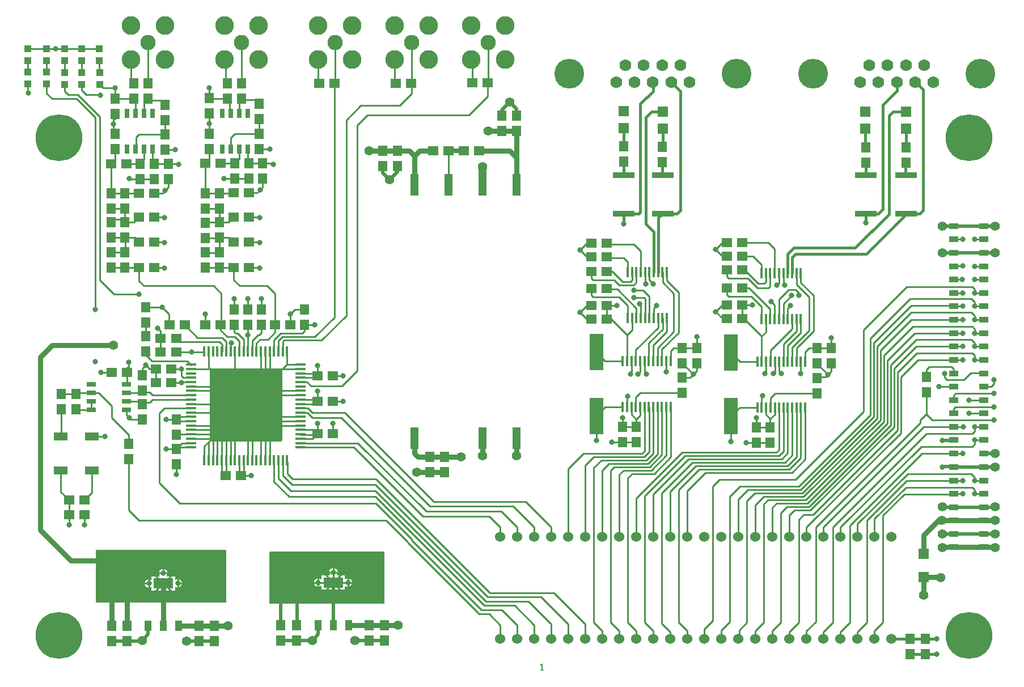
<source format=gbr>
%FSLAX23Y23*%
%MOIN*%
G04 EasyPC Gerber Version 17.0 Build 3379 *
%ADD88R,0.01323X0.05937*%
%ADD83R,0.01654X0.06378*%
%ADD80R,0.02559X0.05512*%
%ADD87R,0.05937X0.01323*%
%ADD89R,0.05512X0.02559*%
%ADD93R,0.03937X0.04291*%
%ADD81R,0.04488X0.06496*%
%ADD92R,0.04724X0.12598*%
%ADD79R,0.05500X0.06000*%
%ADD85R,0.13000X0.03500*%
%ADD71R,0.05512X0.03504*%
%ADD86R,0.07874X0.21654*%
%ADD14R,0.06000X0.06000*%
%ADD91R,0.06300X0.06300*%
%ADD10C,0.00500*%
%ADD11C,0.01000*%
%ADD22C,0.01500*%
%ADD20C,0.02000*%
%ADD78C,0.02500*%
%ADD21C,0.03000*%
%ADD70C,0.03200*%
%ADD94C,0.04500*%
%ADD19C,0.05600*%
%ADD13C,0.06000*%
%ADD17C,0.07000*%
%ADD15C,0.09000*%
%ADD16C,0.11000*%
%ADD18C,0.17500*%
%ADD12C,0.27500*%
%ADD90R,0.08268X0.05118*%
%ADD84R,0.06000X0.05500*%
%ADD82R,0.11811X0.06496*%
X0Y0D02*
D02*
D10*
X498Y473D02*
X1258D01*
Y778*
X498*
Y473*
X821Y558D02*
G75*
G02X779Y583I-14J25D01*
G01*
G75*
G02X821Y607I29*
G01*
Y627*
X868*
G75*
G02X864Y643I24J15*
G01*
G75*
G02X921I29*
G01*
G75*
G02X917Y627I-29*
G01*
X965*
Y608*
G75*
G02X1006Y583I13J-25*
G01*
G75*
G02X965Y557I-29*
G01*
Y538*
X821*
Y558*
X498Y604D02*
G36*
Y473D01*
X1258*
Y604*
X996*
G75*
G02X1006Y583I-18J-22*
G01*
G75*
G02X965Y557I-29*
G01*
Y538*
X821*
Y558*
G75*
G02X779Y583I-14J25*
G01*
G75*
G02X789Y604I29*
G01*
X498*
G37*
X789D02*
G36*
G75*
G02X821Y607I18J-22D01*
G01*
Y627*
X868*
G75*
G02X864Y643I24J15*
G01*
G75*
G02X921I29*
G01*
G75*
G02X917Y627I-29*
G01*
X965*
Y608*
G75*
G02X996Y604I13J-25*
G01*
X1258*
Y778*
X498*
Y604*
X789*
G37*
X1518Y468D02*
X2188D01*
Y768*
X1518*
Y468*
X1821Y565D02*
G75*
G02X1774Y588I-18J22D01*
G01*
G75*
G02X1821Y610I29*
G01*
Y632*
X1869*
G75*
G02X1864Y648I24J15*
G01*
G75*
G02X1921I29*
G01*
G75*
G02X1916Y632I-29J0*
G01*
X1964*
Y612*
G75*
G02X2006Y588I14J-25*
G01*
G75*
G02X1964Y563I-29*
G01*
Y542*
X1821*
Y565*
X1518Y609D02*
G36*
Y468D01*
X2188*
Y609*
X1996*
G75*
G02X2006Y588I-19J-22*
G01*
G75*
G02X1964Y563I-29*
G01*
Y542*
X1821*
Y565*
G75*
G02X1774Y588I-18J22*
G01*
G75*
G02X1784Y609I29*
G01*
X1518*
G37*
X1784D02*
G36*
G75*
G02X1821Y610I19J-22D01*
G01*
Y632*
X1869*
G75*
G02X1864Y648I24J15*
G01*
G75*
G02X1921I29*
G01*
G75*
G02X1916Y632I-29J0*
G01*
X1964*
Y612*
G75*
G02X1996Y609I14J-25*
G01*
X2188*
Y768*
X1518*
Y609*
X1784*
G37*
X3114Y72D02*
X3126D01*
X3120D02*
Y109D01*
X3114Y103*
D02*
D11*
X96Y3519D02*
Y3469D01*
X98Y3468*
X97Y3658D02*
Y3589D01*
X96Y3589*
X97Y3728D02*
X207D01*
X206Y3520D02*
Y3519D01*
X207Y3518*
Y3463*
X238Y3433*
X383*
X493Y3322*
Y2192*
X207Y3658D02*
Y3591D01*
X206Y3590*
X207Y3728D02*
X258D01*
X291Y1248D02*
Y1119D01*
X338Y1073*
X293Y1608D02*
Y1449D01*
X291Y1448*
X312Y3658D02*
Y3588D01*
X313Y3588*
X312Y3728D02*
X413D01*
X312D02*
X258D01*
X313Y3518D02*
Y3478D01*
X333Y3458*
X388*
X518Y3328*
Y2368*
X603Y2283*
X748*
X338Y988D02*
Y928D01*
Y1073D02*
Y988D01*
X378Y1698D02*
X293D01*
X413Y3518D02*
Y3483D01*
X438Y3458*
X523*
Y3453*
X413Y3658D02*
Y3588D01*
X413Y3588*
X413Y3728D02*
X516D01*
X428Y988D02*
Y928D01*
X468Y1603D02*
X383D01*
X378Y1608*
X468Y1653D02*
Y1603D01*
Y1703D02*
X513D01*
X588Y1628*
Y1558*
X688Y1458*
Y1403*
X468Y1703D02*
X383D01*
X378Y1698*
X473Y1248D02*
Y1117D01*
X428Y1073*
X473Y1448D02*
X548D01*
X516Y3658D02*
Y3588D01*
X518Y3588*
X585Y3049D02*
Y2877D01*
X585Y2877*
Y2441D02*
X667D01*
X585Y2531D02*
X667D01*
X585Y2705D02*
Y2710D01*
X598Y2723*
X650*
X667Y2705*
X585Y2877D02*
X666D01*
X667Y2878*
X588Y1823D02*
X527D01*
X608Y3137D02*
Y3072D01*
X585Y3049*
X608Y3227D02*
Y3253D01*
X598*
Y3283*
X608Y3343D02*
Y3313D01*
X598*
Y3283*
X608Y3433D02*
Y3498D01*
X538*
X518Y3518*
X667Y2441D02*
X749D01*
X750Y2440*
X667Y2615D02*
X668D01*
Y2531*
X667*
Y2615D02*
X725D01*
X750Y2590*
X667Y2615D02*
X585D01*
X667Y2705D02*
X719D01*
X750Y2736*
X667Y2705D02*
Y2788D01*
X586*
X585Y2787*
X677Y1603D02*
Y1573D01*
X693Y1558*
X677Y1653D02*
X753D01*
X768Y1638*
X677Y1703D02*
X753D01*
X768Y1718*
X677Y1753D02*
X678D01*
Y1823*
Y1853*
X688*
Y1883*
Y1313D02*
Y1013D01*
X748Y953*
X2118*
X703Y3663D02*
Y3538D01*
X718Y3523*
Y3433D02*
X608D01*
X731Y3345D02*
Y3410D01*
X718Y3424*
Y3433*
X750Y2440D02*
Y2360D01*
X778Y2333*
X1188*
X1233Y2288*
Y2105*
X1230Y2103*
X750Y2878D02*
X667D01*
X667Y2878*
X757Y2959D02*
X696D01*
X693Y2963*
X757Y3049D02*
X675D01*
X675Y3049*
X768Y1548D02*
X703D01*
X693Y1558*
X768Y1808D02*
Y1847D01*
X788Y1868*
X781Y3136D02*
Y3073D01*
X757Y3049*
X781Y3345D02*
Y3411D01*
X803Y3433*
X790Y2118D02*
Y2038D01*
Y2208D02*
X885D01*
X797Y583D02*
X776D01*
X803Y333D02*
Y323D01*
Y3523D02*
Y3763D01*
X808Y572D02*
Y552D01*
Y594D02*
Y614D01*
X831Y3136D02*
Y3058D01*
X840Y3049*
Y2959D02*
X757D01*
X840Y3049D02*
X922D01*
X840Y2440D02*
X895D01*
X898Y2438*
X840Y2590D02*
X895D01*
X898Y2588*
X840Y2736D02*
X894D01*
X898Y2733*
X840Y2878D02*
X888D01*
X903Y2893*
X848Y1763D02*
Y1843D01*
X813*
X788Y1868*
X864Y554D02*
X846Y535D01*
X864Y611D02*
X846Y630D01*
X877Y2023D02*
Y1942D01*
Y2023D02*
Y2065D01*
X860Y2083*
X881Y643D02*
X862D01*
X892Y654D02*
Y674D01*
X902Y3134D02*
X961D01*
X963Y3133*
X902Y3224D02*
X749D01*
X733Y3208*
Y3137*
X731Y3136*
X902Y3308D02*
Y3224D01*
Y3398D02*
Y3402D01*
X903Y3403*
X883Y3423*
X813*
X803Y3433*
X904Y643D02*
X924D01*
X922Y554D02*
X941Y535D01*
X922Y611D02*
X941Y630D01*
X922Y2959D02*
Y2912D01*
X903Y2893*
X922Y3049D02*
X981D01*
X983Y3048*
X928Y2103D02*
Y2105D01*
X925Y2108*
Y2168*
X885Y2208*
X938Y1763D02*
X998D01*
X938Y1843D02*
X998D01*
X968Y1283D02*
Y1223D01*
Y1373D02*
X908D01*
X968Y1548D02*
X908D01*
X968Y1942D02*
X1058D01*
X978Y572D02*
Y552D01*
Y594D02*
Y614D01*
X989Y583D02*
X1009D01*
X1018Y2103D02*
X1093Y2028D01*
X1238*
X1263Y2003*
Y1946*
X1262*
X1057Y1382D02*
X977D01*
X968Y1373*
X1057Y1408D02*
X1043D01*
X1043Y1408*
X1002*
X968Y1373*
X1057Y1434D02*
X1178D01*
X1057Y1459D02*
X969D01*
X968Y1458*
X1057Y1459D02*
X1177D01*
X1178Y1460*
X1057Y1485D02*
X1178D01*
X1178Y1485*
X1057Y1510D02*
X1178D01*
X1178Y1510*
X1057Y1536D02*
X979D01*
X968Y1548*
X1057Y1562D02*
X982D01*
X968Y1548*
X1057Y1587D02*
X1176D01*
X1178Y1585*
X1057Y1613D02*
X898D01*
X868Y1583*
Y1173*
X988Y1053*
X2067*
X1057Y1638D02*
X1175D01*
X1178Y1635*
X1057Y1664D02*
X1039D01*
X1038Y1663*
X828*
X813Y1648*
X778*
X768Y1638*
X1057Y1690D02*
X830D01*
X813Y1708*
X778*
X768Y1718*
X1057Y1715D02*
X1173D01*
X1178Y1710*
X1057Y1741D02*
X1172D01*
X1178Y1735*
X1057Y1766D02*
X1001D01*
X998Y1763*
X1057Y1792D02*
X1008D01*
X998Y1803*
Y1843*
X1057Y1843D02*
X1169D01*
X1180Y1832*
X1057Y1869D02*
Y1868D01*
X1058*
X1034Y1891*
X826*
X790Y1928*
Y1948*
X1103Y243D02*
X1088D01*
X1134Y1305D02*
Y1390D01*
X1178Y1434*
X1134Y1946D02*
Y1942D01*
X1058*
X1140Y2103D02*
X1138D01*
Y2168*
X1140Y3052D02*
Y2877D01*
X1140Y2877*
Y2613D02*
X1223D01*
X1224Y2615*
X1140Y2787D02*
X1152D01*
X1153Y2788*
X1223*
X1224Y2788*
X1140Y2877D02*
X1223D01*
X1224Y2878*
X1160Y1305D02*
Y1416D01*
X1178Y1434*
X1160Y1946D02*
Y1852D01*
X1180Y1832*
X1164Y3138D02*
Y3075D01*
X1140Y3052*
X1164Y3228D02*
Y3286D01*
X1163Y3288*
X1164Y3347D02*
Y3289D01*
X1163Y3288*
X1164Y3437D02*
Y3496D01*
X1163Y3498*
X1178Y1434D02*
X1180Y1431D01*
X1186Y1305D02*
Y1426D01*
X1178Y1434*
X1211Y1305D02*
Y1425D01*
X1205Y1431*
X1224Y2441D02*
X1140D01*
X1224D02*
X1306D01*
X1307Y2440*
X1224Y2531D02*
X1216D01*
X1213Y2528*
X1144*
X1140Y2531*
X1224Y2615D02*
X1223D01*
Y2531*
X1224*
Y2615D02*
X1281D01*
X1307Y2589*
X1224Y2705D02*
X1275D01*
X1307Y2737*
X1224Y2705D02*
X1142D01*
X1140Y2703*
X1224Y2788D02*
X1223D01*
Y2705*
X1224*
Y2878D02*
X1306D01*
X1307Y2879*
X1230Y3052D02*
X1312D01*
X1313Y3052*
X1237Y1305D02*
Y1238D01*
X1258Y1218*
X1237Y1305D02*
Y1425D01*
X1230Y1431*
X1237Y1946D02*
X1238D01*
Y1988*
X1223Y2003*
X968*
Y2023*
X1252Y3663D02*
Y3628D01*
X1258Y3623*
Y3534*
X1269Y3523*
X1262Y1305D02*
Y1222D01*
X1258Y1218*
X1262Y1305D02*
Y1424D01*
X1255Y1431*
X1269Y3433D02*
X1169D01*
X1164Y3437*
X1288Y3347D02*
Y3358D01*
X1283Y3363*
Y3419*
X1269Y3433*
X1288Y1305D02*
Y1423D01*
X1280Y1431*
X1288Y1946D02*
Y1993D01*
X1293Y1998*
X1307Y2440D02*
Y2368D01*
X1343Y2333*
X1503*
X1548Y2288*
Y2110*
X1550Y2108*
Y2103*
X1310Y2192D02*
Y2258D01*
X1313Y2962D02*
X1248D01*
X1248Y2963*
X1313Y1305D02*
Y1423D01*
X1305Y1431*
X1313Y1946D02*
Y1836D01*
X1318Y1832*
X1338Y3138D02*
Y3077D01*
X1313Y3052*
X1338Y3347D02*
Y3418D01*
X1353Y3433*
X1339Y1305D02*
Y1226D01*
X1348Y1218*
X1339Y1946D02*
Y2006D01*
X1313Y2033*
X1268*
X1230Y2070*
Y2103*
X1348Y1218D02*
X1408D01*
X1353Y3763D02*
Y3523D01*
X1365Y1305D02*
Y1235D01*
X1348Y1218*
X1365Y1946D02*
X1365D01*
Y2018*
X1330Y2053*
X1318*
X1310Y2060*
Y2103*
X1388Y3138D02*
Y3059D01*
X1395Y3052*
X1390Y2103D02*
Y2043D01*
Y2192D02*
Y2258D01*
X1390Y1305D02*
Y1421D01*
X1380Y1431*
X1390Y1946D02*
Y2042D01*
X1390Y2043*
X1395Y2962D02*
X1313D01*
X1397Y2440D02*
X1455D01*
X1458Y2438*
X1397Y2589D02*
X1456D01*
X1458Y2588*
X1397Y2737D02*
X1453D01*
X1458Y2733*
X1397Y2879D02*
X1444D01*
X1463Y2898*
X1416Y1305D02*
Y1420D01*
X1405Y1431*
X1416Y1946D02*
Y2011D01*
X1448Y2043*
X1455*
X1470Y2058*
Y2103*
X1441Y1946D02*
Y1996D01*
X1463Y2018*
X1508*
X1550Y2060*
Y2103*
X1457Y3138D02*
X1517D01*
X1518Y3138*
X1457Y3228D02*
X1313D01*
X1288Y3203*
Y3138*
X1457Y3312D02*
Y3228D01*
Y3402D02*
Y3403D01*
X1433Y3428*
X1358*
X1353Y3433*
X1467Y1305D02*
Y1431D01*
X1468Y1431*
X1467Y1946D02*
Y1832D01*
X1468Y1832*
X1470Y2192D02*
Y2258D01*
X1477Y2962D02*
Y2912D01*
X1463Y2898*
X1477Y3052D02*
X1395D01*
X1477D02*
X1533D01*
X1538Y3048*
X1493Y1305D02*
Y1310D01*
X1493Y1310*
Y1423*
X1484Y1431*
X1480*
X1493Y1946D02*
Y1832D01*
X1493Y1832*
X1518Y1305D02*
Y1434D01*
X1505Y1448*
X1518Y1946D02*
Y1833D01*
X1518Y1832*
X1544Y1305D02*
Y1181D01*
X1633Y1093*
X2088*
X1569Y1305D02*
Y1201D01*
X1643Y1127*
X2108*
X1583Y336D02*
Y342D01*
X1583Y343*
X1593Y1843D02*
X1591D01*
X1580Y1832*
X1595Y1305D02*
Y1215D01*
X1648Y1163*
X2133*
X1595Y1946D02*
Y2005D01*
X1603Y2013*
X1823*
X1968Y2158*
Y3308*
X2053Y3393*
X2283*
X2353Y3463*
Y3523*
X2348*
X1620Y1869D02*
X1618D01*
X1593Y1843*
X1621Y1305D02*
Y1299D01*
X1623Y1298*
Y1228*
X1653Y1198*
X2143*
X2813Y527*
X3188*
X3373Y343*
Y258*
X1621Y1946D02*
Y1869D01*
X1620Y1869*
X1640Y2103D02*
Y2168D01*
X1677Y336D02*
Y357D01*
X1678Y358*
X1698Y1382D02*
Y1383D01*
X2013*
X2418Y978*
X1698Y1408D02*
X2037D01*
X2438Y1008*
X1698Y1434D02*
X1769D01*
X1798Y1463*
X1698Y1459D02*
X1701D01*
X1703Y1458*
X1793*
X1798Y1463*
X1698Y1485D02*
X1775D01*
X1798Y1463*
X1698Y1510D02*
X1580D01*
X1580Y1510*
X1698Y1536D02*
X1583D01*
X1580Y1533*
X1698Y1562D02*
X1591D01*
X1580Y1573*
X1698Y1587D02*
X1738D01*
X1768Y1558*
X1938*
X2458Y1038*
X1698Y1613D02*
X1742D01*
X1768Y1588*
X1958*
X2483Y1063*
X1698Y1638D02*
X1783D01*
X1798Y1653*
X1698Y1664D02*
X1786D01*
X1798Y1653*
X1698Y1690D02*
X1588D01*
X1580Y1698*
X1698Y1715D02*
X1562D01*
X1555Y1722*
X1698Y1766D02*
Y1768D01*
X1738*
X1761Y1744*
X1944*
X2033Y1833*
Y3278*
X2092Y3338*
X2688*
X2798Y3447*
Y3525*
X1698Y1792D02*
X1787D01*
X1798Y1803*
X1698Y1818D02*
X1782D01*
X1798Y1803*
X1698Y1843D02*
X1593D01*
X1698Y1869D02*
X1620D01*
X1722Y2103D02*
X1783D01*
X1722D02*
Y2067D01*
X1708Y2053*
X1583*
X1544Y2014*
Y1946*
X1722Y2192D02*
X1665D01*
X1640Y2168*
X1791Y588D02*
X1772D01*
X1798Y1463D02*
Y1523D01*
Y1653D02*
Y1713D01*
Y1803D02*
Y1863D01*
X1803Y577D02*
Y556D01*
Y599D02*
Y619D01*
Y3663D02*
Y3528D01*
X1808Y3523*
X1863Y558D02*
X1845Y540D01*
X1863Y616D02*
X1845Y635D01*
X1881Y648D02*
X1861D01*
X1888Y1463D02*
Y1523D01*
Y1653D02*
X1948D01*
X1888Y1803D02*
X1948D01*
X1892Y587D02*
X1803D01*
X1803Y588*
X1892Y587D02*
Y647D01*
X1893Y648*
X1892Y587D02*
X1977D01*
X1978Y588*
X1893Y659D02*
Y679D01*
X1898Y3523D02*
Y2148D01*
X1783Y2033*
X1593*
X1569Y2009*
Y1946*
X1903Y3763D02*
Y3528D01*
X1898Y3523*
X1904Y648D02*
X1924D01*
X1921Y558D02*
X1940Y540D01*
X1921Y616D02*
X1940Y635D01*
X1978Y577D02*
Y556D01*
Y599D02*
Y619D01*
X1988Y588D02*
X2009D01*
X2067Y1053D02*
X2143D01*
X2353Y843*
Y838*
X2763Y428*
X2883*
X2973Y338*
Y258*
X2088Y1093D02*
X2138D01*
X2778Y453*
X2958*
X3073Y338*
Y258*
X2108Y1127D02*
X2138D01*
X2788Y477*
X3038*
X3173Y343*
Y258*
X2118Y953D02*
X2203D01*
X2328Y828*
Y823*
X2748Y403*
X2808*
X2873Y338*
Y258*
X2133Y1163D02*
X2138D01*
X2798Y502*
X3113*
X3273Y343*
Y258*
X2183Y3038D02*
Y3033D01*
X2192Y338D02*
X2188D01*
X2253Y3663D02*
Y3528D01*
X2258Y3523*
X2268Y3038D02*
Y3033D01*
X2353Y3763D02*
Y3528D01*
X2348Y3523*
X2418Y978D02*
X2808D01*
X2873Y913*
Y858*
X2438Y1008D02*
X2878D01*
X2973Y913*
Y858*
X2458Y1038D02*
X2948D01*
X3073Y913*
Y858*
X2483Y1063D02*
X3023D01*
X3173Y913*
Y858*
X2547Y1238D02*
X2543D01*
X2568Y2926D02*
Y3128D01*
X2703Y3663D02*
Y3635D01*
X2708Y3630*
Y3525*
X2803Y3763D02*
Y3530D01*
X2798Y3525*
X2968Y3333D02*
Y3348D01*
X3273Y858D02*
Y1258D01*
X3363Y1348*
X3708*
X3723Y1363*
X3373Y983D02*
Y858D01*
X3408Y2138D02*
X3382D01*
X3343Y2178*
X3408Y2217D02*
X3382D01*
X3343Y2178*
X3408Y2503D02*
X3382D01*
X3343Y2543*
X3408Y2583D02*
X3382D01*
X3343Y2543*
X3423Y913D02*
Y353D01*
X3473Y303*
Y258*
X3438Y1423D02*
Y1568D01*
X3473Y913D02*
Y858D01*
X3498Y2138D02*
X3526D01*
X3619Y2044*
X3498Y2217D02*
Y2138D01*
Y2217D02*
X3558D01*
X3498Y2418D02*
X3533D01*
X3593Y2358*
X3638*
X3648Y2368*
Y2412*
X3648Y2412*
X3523Y913D02*
Y353D01*
X3572Y303*
Y258*
Y913D02*
Y858D01*
X3593Y1413D02*
X3528D01*
X3593Y1503D02*
Y1558D01*
Y1503D02*
X3673D01*
X3594Y1620D02*
X3490D01*
X3438Y1568*
X3594Y1889D02*
X3490D01*
X3438Y1942*
X3619Y1620D02*
Y1679D01*
X3623Y1683*
X3619Y2044D02*
Y1889D01*
X3623Y913D02*
Y353D01*
X3673Y303*
Y258*
X3623Y2143D02*
Y2217D01*
X3572Y2268*
X3418*
X3408Y2278*
Y2317*
X3623Y2412D02*
Y2473D01*
X3598Y2498*
X3503*
X3498Y2503*
X3645Y1620D02*
Y1575D01*
X3673Y1548*
X3645Y1889D02*
Y1820D01*
X3638Y1813*
X3648Y2143D02*
Y2073D01*
X3619Y2044*
X3673Y858D02*
Y1083D01*
X3943Y1353*
X4497*
X4513Y1368*
Y1618*
X3673Y1413D02*
X3593D01*
X3673Y1548D02*
Y1503D01*
X3674Y2143D02*
Y2201D01*
X3563Y2313*
X3498*
Y2317*
X3674Y2412D02*
Y2354D01*
X3658Y2338*
X3572*
X3543Y2368*
X3418*
X3408Y2378*
Y2418*
X3696Y1620D02*
Y1571D01*
X3673Y1548*
X3696Y1889D02*
Y1826D01*
X3683Y1813*
X3699Y2143D02*
Y2221D01*
X3693Y2228*
X3699Y2412D02*
Y2536D01*
X3658Y2578*
X3503*
X3498Y2583*
X3722Y1620D02*
X3723D01*
Y1363*
X3722Y1889D02*
Y1823D01*
X3733Y1813*
X3723Y913D02*
Y353D01*
X3773Y303*
Y258*
X3725Y2143D02*
Y2255D01*
X3718Y2263*
X3658*
X3725Y2412D02*
Y2345D01*
X3728Y2342*
X3747Y1620D02*
X3748D01*
Y1358*
X3718Y1328*
X3423*
X3373Y1278*
Y983*
X3750Y2143D02*
Y2270D01*
X3713Y2308*
X3658*
X3750Y2412D02*
Y2365D01*
X3773Y2342*
Y913D02*
Y858D01*
X3773Y1620D02*
X3773D01*
Y1348*
X3733Y1308*
X3468*
X3423Y1263*
Y913*
X3773Y1889D02*
X3773D01*
Y1983*
X3852Y2062*
Y2143*
X3853*
X3776D02*
Y2201D01*
X3793Y2217*
X3798Y1620D02*
Y1343D01*
X3743Y1288*
X3513*
X3473Y1248*
Y913*
X3798Y1889D02*
Y1968D01*
X3893Y2063*
Y2288*
X3828Y2353*
Y2412*
X3827Y2412*
X3802Y2143D02*
X3803D01*
Y2088*
X3671Y1956*
Y1889*
X3824Y1620D02*
Y1339D01*
X3753Y1268*
X3543*
X3523Y1248*
Y913*
X3824Y1889D02*
Y1959D01*
X3923Y2058*
Y2293*
X3853Y2363*
Y2412*
X3853Y2412*
X3827Y2143D02*
X3828D01*
Y2078*
X3747Y1997*
Y1889*
X3850Y1620D02*
Y1335D01*
X3763Y1248*
X3598*
X3572Y1223*
Y913*
X3850Y1889D02*
Y1830D01*
X3848Y1828*
X3873Y258D02*
Y297D01*
X3822Y348*
Y1113*
X4003Y1293*
X4548*
X4590Y1335*
Y1618*
X3873Y858D02*
Y1123D01*
X4023Y1273*
X4563*
X4615Y1325*
Y1618*
X3875Y1620D02*
Y1325D01*
X3778Y1228*
X3648*
X3623Y1202*
Y913*
X3875Y1889D02*
Y1950D01*
X3893Y1968*
X3943*
Y1703D02*
X3697D01*
X3671Y1676*
Y1620*
X3943Y1793D02*
X3988D01*
X4008Y1813*
X3943Y1878D02*
X4008Y1813D01*
X3973Y258D02*
Y303D01*
X3923Y353*
Y1133*
X4043Y1252*
X4572*
X4641Y1321*
Y1618*
X3973Y858D02*
Y1127D01*
X4078Y1233*
X4588*
X4667Y1312*
Y1618*
X4028Y1878D02*
Y1833D01*
X4008Y1813*
X4028Y1968D02*
Y2033D01*
Y1968D02*
X3943D01*
X4173Y258D02*
Y308D01*
X4223Y358*
Y1093*
X4282Y1153*
X4628*
X5048Y1573*
Y2023*
X5283Y2258*
X5643*
X5663Y2238*
Y2212*
X4205Y2141D02*
X4200Y2146D01*
X4175*
X4140Y2181*
X4205Y2221D02*
X4180D01*
X4140Y2181*
X4205Y2321D02*
Y2281D01*
X4215Y2271*
X4350*
X4410Y2211*
Y2136*
X4205Y2426D02*
Y2386D01*
X4215Y2376*
X4330*
X4385Y2321*
X4450*
X4460Y2331*
Y2404*
X4461Y2405*
X4205Y2506D02*
X4180D01*
X4140Y2546*
X4205Y2586D02*
X4180D01*
X4140Y2546*
X4228Y1418D02*
Y1563D01*
X4230Y1566*
X4273Y258D02*
Y278D01*
X4278Y282*
Y308*
X4322Y353*
Y1067*
X4368Y1113*
X4648*
X5088Y1553*
Y1978*
X5288Y2178*
X5643*
X5663Y2158*
Y2133*
X4273Y858D02*
Y1077D01*
X4328Y1133*
X4638*
X5068Y1563*
Y1998*
X5288Y2217*
X5533*
X5539Y2212*
X4295Y2141D02*
X4305D01*
X4410Y2036*
X4295Y2221D02*
Y2141D01*
Y2221D02*
X4355D01*
X4295Y2321D02*
X4335D01*
X4460Y2196*
Y2137*
X4461Y2136*
X4295Y2426D02*
X4310D01*
X4390Y2346*
X4425*
X4435Y2356*
Y2405*
X4436Y2405*
X4295Y2506D02*
X4360D01*
X4410Y2456*
Y2405*
X4295Y2586D02*
X4450D01*
X4487Y2549*
Y2405*
X4372Y258D02*
Y303D01*
X4423Y353*
Y1048*
X4447Y1073*
X4668*
X5128Y1533*
Y1923*
X5298Y2092*
X5648*
X5663Y2078*
Y2054*
X4372Y858D02*
Y1043D01*
X4423Y1093*
X4657*
X5108Y1543*
Y1953*
X5288Y2133*
X5538*
X5539Y2133*
X4380Y1411D02*
X4320D01*
X4380Y1501D02*
Y1556D01*
X4385Y1618D02*
X4282D01*
X4230Y1566*
X4385Y1888D02*
X4282D01*
X4230Y1940*
X4410Y2036D02*
Y1888D01*
X4411Y1888*
Y1618D02*
Y1681D01*
X4415Y1686*
X4436Y2136D02*
Y2061D01*
X4410Y2036*
X4436Y1618D02*
Y1617D01*
X4435Y1616*
Y1576*
X4460Y1551*
X4436Y1888D02*
Y1822D01*
X4430Y1816*
X4460Y1411D02*
X4380D01*
X4460Y1501D02*
X4380D01*
X4460Y1551D02*
Y1501D01*
X4473Y258D02*
Y303D01*
X4523Y353*
Y998*
X4558Y1033*
X4688*
X5168Y1513*
Y1868*
X5318Y2018*
X5643*
X5663Y1998*
Y1976*
X4473Y858D02*
Y1028D01*
X4497Y1053*
X4678*
X5148Y1523*
Y1893*
X5308Y2053*
X5537*
X5539Y2054*
X4487Y2136D02*
Y2219D01*
X4465Y2241*
X4488Y1618D02*
Y1578D01*
X4460Y1551*
X4488Y1888D02*
Y1823D01*
X4480Y1816*
X4513Y2136D02*
Y2253D01*
X4570Y2311*
X4610*
X4630Y2291*
Y2276*
X4513Y2405D02*
Y2348D01*
X4500Y2336*
X4513Y1888D02*
Y1828D01*
X4525Y1816*
X4538Y2136D02*
Y2228D01*
X4585Y2276*
X4538Y2405D02*
Y2343D01*
X4545Y2336*
X4539Y1618D02*
Y1359D01*
X4513Y1333*
X3958*
X3723Y1098*
Y913*
X4564Y2136D02*
Y2199D01*
X4580Y2216*
X4564Y1618D02*
Y1349D01*
X4528Y1313*
X3978*
X3773Y1108*
Y913*
X4572Y258D02*
Y297D01*
X4628Y353*
Y958*
X4657Y988*
X4713*
X5208Y1483*
Y1823*
X5323Y1938*
X5648*
X5663Y1923*
Y1897*
X4572Y858D02*
Y983D01*
X4603Y1013*
X4697*
X5188Y1503*
Y1847*
X5318Y1978*
X5537*
X5539Y1976*
X4589Y2136D02*
X4590D01*
Y2081*
X4462Y1952*
Y1888*
X4615Y2136D02*
X4615D01*
Y2066*
X4538Y1989*
Y1889*
X4539Y1888*
Y1888*
X4615Y2405D02*
Y2341D01*
X4690Y2266*
Y2071*
X4590Y1971*
Y1888*
X4590Y1888*
X4615D02*
Y1890D01*
X4615Y1891*
Y1966*
X4715Y2066*
Y2276*
X4640Y2351*
Y2405*
X4640Y2405*
Y2136D02*
X4640D01*
Y2056*
X4564Y1979*
Y1889*
X4564Y1888*
Y1888*
X4641D02*
Y1816D01*
X4640Y1816*
X4673Y258D02*
Y303D01*
X4728Y358*
Y913*
X5343Y1528*
Y1543*
X5377Y1577*
X5378*
X4673Y858D02*
Y913D01*
X5228Y1468*
Y1798*
X5328Y1898*
X5538*
X5539Y1897*
X4735Y1701D02*
X4490D01*
X4462Y1672*
Y1618*
X4735Y1791D02*
Y1796D01*
X4785*
X4800Y1811*
X4735Y1876D02*
X4800Y1811D01*
X4735Y1966D02*
X4690D01*
X4667Y1942*
Y1888*
X4773Y258D02*
Y297D01*
X4828Y353*
Y913*
X5378Y1463*
X5648*
X5663Y1478*
Y1503*
X4773Y858D02*
Y913D01*
X5363Y1503*
X5538*
X5539Y1503*
X4820Y1876D02*
Y1831D01*
X4800Y1811*
X4820Y1966D02*
Y2026D01*
Y1966D02*
X4735D01*
X4872Y258D02*
Y297D01*
X4928Y353*
Y923*
X5353Y1348*
X5537*
X5539Y1346*
X4872Y858D02*
Y913D01*
X5348Y1388*
X5648*
X5663Y1403*
Y1425*
X4973Y258D02*
Y297D01*
X5028Y353*
Y953*
X5263Y1188*
X5538*
X5539Y1188*
X4973Y858D02*
Y933D01*
X5268Y1228*
X5643*
X5663Y1208*
Y1188*
X5072Y258D02*
Y303D01*
X5123Y353*
Y983*
X5248Y1108*
X5536*
X5539Y1110*
X5072Y858D02*
Y963D01*
X5258Y1148*
X5648*
X5663Y1133*
Y1110*
X5378Y1577D02*
Y1705D01*
X5378Y1706*
Y1708*
X5453Y1740D02*
Y1740D01*
X5539*
X5486Y1816D02*
Y1792D01*
X5498Y1780*
X5600*
X5640Y1820*
X5715*
X5716Y1818*
X5539Y1425D02*
Y1424D01*
X5538Y1424*
X5539Y1582D02*
Y1609D01*
X5550Y1621*
X5775*
X5539Y1661D02*
Y1688D01*
X5550Y1700*
X5775*
X5539Y1818D02*
Y1844D01*
X5525Y1857*
X5395*
X5379Y1841*
Y1799*
X5378Y1798*
X5591Y2369D02*
X5564D01*
Y2369*
X5539*
X5592Y2213D02*
X5566D01*
Y2212*
X5539*
X5592Y2449D02*
X5566D01*
Y2448*
X5539*
X5593Y1188D02*
X5566D01*
Y1188*
X5539*
X5593Y1345D02*
X5566D01*
Y1346*
X5539*
X5593Y1976D02*
X5566D01*
Y1976*
X5539*
X5593Y2054D02*
X5566D01*
Y2054*
X5539*
X5593Y2133D02*
X5566D01*
Y2133*
X5539*
X5593Y2291D02*
X5564D01*
Y2291*
X5539*
X5593Y2606D02*
X5566D01*
Y2606*
X5539*
X5594Y1109D02*
X5567D01*
Y1110*
X5539*
X5594Y1897D02*
X5567D01*
Y1897*
X5539*
X5595Y1503D02*
X5567D01*
Y1503*
X5539*
X5628Y1582D02*
X5672D01*
Y1582*
X5716*
X5629Y1661D02*
X5672D01*
Y1661*
X5716*
X5663Y1110D02*
X5716D01*
X5663Y1188D02*
X5716D01*
X5663Y1425D02*
X5716D01*
X5663Y1503D02*
X5716D01*
X5663Y1897D02*
X5716D01*
X5663Y1976D02*
X5716D01*
X5663Y2054D02*
X5716D01*
X5663Y2133D02*
X5716D01*
X5663Y2212D02*
X5716D01*
X5663Y2291D02*
Y2313D01*
X5648Y2328*
X5263*
X5008Y2072*
Y1593*
X4608Y1192*
X4163*
X4122Y1153*
Y363*
X4072Y313*
Y258*
X5663Y2291D02*
X5716D01*
X5663Y2369D02*
X5716D01*
X5663Y2448D02*
X5716D01*
X5663Y2606D02*
X5716D01*
Y1740D02*
X5758D01*
X5775Y1756*
Y1780*
Y1542D02*
X5413D01*
X5378Y1577*
D02*
D12*
X278Y278D03*
Y3203D03*
X5628Y278D03*
Y3203D03*
D02*
D13*
X2873Y258D03*
Y858D03*
X2973Y258D03*
Y858D03*
X3073Y258D03*
Y858D03*
X3173Y258D03*
Y858D03*
X3273Y258D03*
Y858D03*
X3373Y258D03*
Y858D03*
X3473Y258D03*
Y858D03*
X3572Y258D03*
Y858D03*
X3673Y258D03*
Y858D03*
X3773Y258D03*
Y858D03*
X3873Y258D03*
Y858D03*
X3973Y258D03*
Y858D03*
X4072Y258D03*
Y858D03*
X4173Y258D03*
Y858D03*
X4273Y258D03*
Y858D03*
X4372Y258D03*
Y858D03*
X4473Y258D03*
Y858D03*
X4572Y258D03*
Y858D03*
X4673Y258D03*
Y858D03*
X4773Y258D03*
Y858D03*
X4872Y258D03*
Y858D03*
X4973Y258D03*
Y858D03*
X5072Y258D03*
Y858D03*
X5173Y258D03*
Y858D03*
D02*
D14*
X3599Y3259D03*
Y3359D03*
X3828Y3257D03*
Y3358D03*
X5021Y3258D03*
Y3358D03*
X5258Y3257D03*
Y3358D03*
D02*
D15*
X803Y3763D03*
X1353D03*
X1903D03*
X2353D03*
X2803D03*
D02*
D16*
X703Y3663D03*
Y3863D03*
X903Y3663D03*
Y3863D03*
X1252Y3663D03*
Y3863D03*
X1453Y3663D03*
Y3863D03*
X1803Y3663D03*
Y3863D03*
X2003Y3663D03*
Y3863D03*
X2253Y3663D03*
Y3863D03*
X2453Y3663D03*
Y3863D03*
X2703Y3663D03*
Y3863D03*
X2903Y3663D03*
Y3863D03*
D02*
D17*
X3555Y3531D03*
X3609Y3631D03*
X3663Y3531D03*
X3717Y3631D03*
X3771Y3531D03*
X3825Y3631D03*
X3879Y3531D03*
X3933Y3631D03*
X3987Y3531D03*
X4989D03*
X5043Y3631D03*
X5097Y3531D03*
X5151Y3631D03*
X5205Y3531D03*
X5259Y3631D03*
X5313Y3531D03*
X5367Y3631D03*
X5421Y3531D03*
D02*
D18*
X3279Y3581D03*
X4263D03*
X4713D03*
X5697D03*
D02*
D19*
X598Y1983D03*
X768Y248D03*
X1028Y243D03*
X1273Y333D03*
X1768Y248D03*
X2018D03*
X2103Y3128D03*
X2223Y2958D03*
X2273Y338D03*
X2383Y1238D03*
X2643Y1328D03*
X2768Y1333D03*
Y3033D03*
X2803Y3243D03*
X2928Y3413D03*
X2968Y1333D03*
X5363Y513D03*
X5463Y618D03*
X5468Y953D03*
X5473Y793D03*
Y873D03*
Y1033D03*
Y2528D03*
Y2683D03*
X5783Y793D03*
Y873D03*
Y953D03*
Y1033D03*
Y1268D03*
Y1348D03*
Y2528D03*
Y2683D03*
D02*
D70*
X98Y3468D03*
X258Y3728D03*
X338Y928D03*
X428D03*
X493Y1888D03*
Y2192D03*
X523Y3453D03*
X527Y1823D03*
X548Y1448D03*
X598Y3283D03*
X608Y3498D03*
X688Y1883D03*
X693Y1558D03*
Y2963D03*
X748Y2283D03*
X788Y1868D03*
X808Y583D03*
X860Y2083D03*
X885Y2208D03*
X892Y643D03*
X898Y2438D03*
Y2588D03*
Y2733D03*
X903Y2893D03*
X908Y1373D03*
Y1548D03*
X963Y3133D03*
X968Y1223D03*
X978Y583D03*
X983Y3048D03*
X998Y1763D03*
Y1843D03*
X1058Y1942D03*
X1138Y2168D03*
X1163Y3288D03*
Y3498D03*
X1205Y1460D03*
Y1548D03*
Y1635D03*
Y1722D03*
Y1810D03*
X1248Y2963D03*
X1293Y1460D03*
Y1548D03*
Y1635D03*
Y1722D03*
Y1810D03*
Y1998D03*
X1310Y2258D03*
X1380Y1460D03*
Y1548D03*
Y1635D03*
Y1722D03*
Y1810D03*
X1390Y2043D03*
Y2258D03*
X1408Y1218D03*
X1458Y2438D03*
Y2588D03*
Y2733D03*
X1463Y2898D03*
X1468Y1460D03*
Y1548D03*
Y1635D03*
Y1722D03*
Y1810D03*
X1470Y2258D03*
X1518Y3138D03*
X1538Y3048D03*
X1553Y1548D03*
X1555Y1460D03*
Y1635D03*
Y1722D03*
Y1810D03*
X1640Y2168D03*
X1783Y2103D03*
X1798Y1523D03*
Y1713D03*
Y1863D03*
X1803Y588D03*
X1888Y1523D03*
X1893Y648D03*
X1948Y1653D03*
Y1803D03*
X1978Y588D03*
X3343Y2178D03*
Y2543D03*
X3438Y1423D03*
X3528Y1413D03*
X3558Y2217D03*
X3593Y1558D03*
X3598Y2698D03*
X3623Y1683D03*
X3638Y1813D03*
X3658Y2263D03*
Y2308D03*
X3683Y1813D03*
X3693Y2228D03*
X3728Y2342D03*
X3733Y1813D03*
X3773Y2342D03*
X3793Y2217D03*
X3848Y1828D03*
X4008Y1813D03*
X4028Y2033D03*
X4140Y2181D03*
Y2546D03*
X4228Y1418D03*
X4320Y1411D03*
X4355Y2221D03*
X4380Y1556D03*
X4415Y1686D03*
X4430Y1816D03*
X4465Y2241D03*
X4480Y1816D03*
X4500Y2336D03*
X4525Y1816D03*
X4545Y2336D03*
X4580Y2216D03*
X4585Y2276D03*
X4630D03*
X4640Y1816D03*
X4800Y1811D03*
X4820Y2026D03*
X5023Y2703D03*
X5438Y168D03*
Y258D03*
X5453Y1740D03*
X5473Y1268D03*
Y1423D03*
X5486Y1816D03*
X5591Y2369D03*
X5592Y2213D03*
Y2449D03*
X5593Y1188D03*
Y1345D03*
Y1976D03*
Y2054D03*
Y2133D03*
Y2291D03*
Y2606D03*
X5594Y1109D03*
Y1897D03*
X5595Y1503D03*
X5628Y1582D03*
X5629Y1661D03*
X5663Y1110D03*
Y1188D03*
Y1425D03*
Y1503D03*
Y1897D03*
Y1976D03*
Y2054D03*
Y2133D03*
Y2212D03*
Y2291D03*
Y2369D03*
Y2448D03*
Y2606D03*
X5775Y1542D03*
Y1621D03*
Y1700D03*
Y1780D03*
D02*
D71*
X5539Y795D03*
Y873D03*
Y952D03*
Y1031D03*
Y1110D03*
Y1188D03*
Y1267D03*
Y1346D03*
Y1425D03*
Y1503D03*
Y1582D03*
Y1661D03*
Y1740D03*
Y1818D03*
Y1897D03*
Y1976D03*
Y2054D03*
Y2133D03*
Y2212D03*
Y2291D03*
Y2369D03*
Y2448D03*
Y2527D03*
Y2606D03*
Y2684D03*
X5716Y795D03*
Y873D03*
Y952D03*
Y1031D03*
Y1110D03*
Y1188D03*
Y1267D03*
Y1346D03*
Y1425D03*
Y1503D03*
Y1582D03*
Y1661D03*
Y1740D03*
Y1818D03*
Y1897D03*
Y1976D03*
Y2054D03*
Y2133D03*
Y2212D03*
Y2291D03*
Y2369D03*
Y2448D03*
Y2527D03*
Y2606D03*
Y2684D03*
D02*
D20*
X588Y243D02*
X678D01*
X763*
X768Y248*
X803Y323D02*
Y282D01*
X768Y248*
X1088Y243D02*
X1028D01*
X1192D02*
X1103D01*
X1583Y343D02*
Y507D01*
X1588Y513*
X1593*
X1583Y246D02*
X1677D01*
X1766*
X1768Y248*
X1678Y358D02*
Y477D01*
X1668Y488*
X1802Y337D02*
Y282D01*
X1768Y248*
X1892Y337D02*
Y587D01*
X2103Y248D02*
X2018D01*
X2183Y3033D02*
Y2998D01*
X2223Y2958*
X2192Y248D02*
X2018D01*
X2268Y3033D02*
Y3003D01*
X2223Y2958*
X2883Y3333D02*
Y3368D01*
X2928Y3413*
X2968Y3348D02*
Y3373D01*
X2928Y3413*
X5473Y1268D02*
X5475D01*
X5477Y1269*
X5536*
X5539Y1267*
X5473Y2683D02*
Y2684D01*
X5539*
X5538Y1424D02*
X5474D01*
X5473Y1423*
X5539Y873D02*
X5473D01*
X5473Y873*
X5539Y1031D02*
X5474D01*
X5473Y1033*
X5539Y1267D02*
X5716D01*
X5539Y2527D02*
X5473D01*
X5473Y2528*
X5539Y2684D02*
X5548D01*
X5549Y2683*
X5715*
X5716Y2684*
Y873D02*
X5539D01*
X5716Y1031D02*
X5539D01*
X5716Y2527D02*
X5539D01*
X5716Y2684D02*
X5781D01*
X5783Y2683*
Y873D02*
Y873D01*
X5716*
X5783Y1033D02*
Y1031D01*
X5716*
X5783Y1268D02*
Y1267D01*
X5716*
X5783Y1348D02*
Y1346D01*
X5716*
X5783Y2528D02*
Y2527D01*
X5716*
D02*
D21*
X588Y333D02*
Y493D01*
X598Y1983D02*
X238D01*
X168Y1913*
Y898*
X348Y718*
X558*
X678Y333D02*
Y493D01*
X893Y333D02*
Y583D01*
X984Y333D02*
X1103D01*
X1192*
X1273*
X2103Y338D02*
X1983D01*
X1983Y337*
X2183Y3128D02*
X2103D01*
X2188Y338D02*
X2103D01*
X2192D02*
X2273D01*
X2268Y3128D02*
X2338D01*
X2368Y3098*
X2268Y3128D02*
X2183D01*
X2368Y2926D02*
Y3098D01*
X2398Y3128*
X2478*
X2458Y1238D02*
X2383D01*
X2458Y1328D02*
X2388D01*
X2368Y1348*
Y1438*
X2458Y1328D02*
X2547D01*
X2543Y1238D02*
X2458D01*
X2547Y1328D02*
X2643D01*
X2768Y1438D02*
Y1333D01*
X2883Y3243D02*
X2803D01*
X2968Y1438D02*
Y1333D01*
Y2926D02*
Y3088D01*
X2928Y3128*
X2748*
X2968Y3243D02*
Y3088D01*
Y3243D02*
X2883D01*
X5363Y621D02*
X5460D01*
X5463Y618*
X5363Y621D02*
Y513D01*
X5468Y953D02*
X5448D01*
X5363Y868*
Y755*
X5539Y795D02*
X5475D01*
X5473Y793*
X5539Y795D02*
X5716D01*
X5539Y952D02*
X5716D01*
X5539D02*
X5468D01*
X5468Y953*
X5716Y795D02*
X5780D01*
X5783Y793*
X5716Y952D02*
X5782D01*
X5783Y953*
D02*
D22*
X3598Y2758D02*
Y2698D01*
Y2758D02*
X3688D01*
X3697Y2768*
Y3403*
X3773Y3478*
Y3529*
X3771Y3531*
X3599Y3062D02*
Y2984D01*
X3598Y2983*
X3599Y3259D02*
Y3152D01*
X3776Y2412D02*
Y2649D01*
X3728Y2698*
Y3322*
X3763Y3358*
X3828*
X3802Y2412D02*
Y2648D01*
Y2732*
X3828Y2758*
X3826Y3060D02*
Y2984D01*
X3828Y2983*
Y2758D02*
X3913D01*
X3933Y2778*
Y3477*
X3879Y3531*
X3828Y3257D02*
Y3151D01*
X3826Y3150*
X4589Y2405D02*
Y2500D01*
X4610Y2521*
X5025*
X5258Y2753*
Y2758*
X5021Y3258D02*
Y3149D01*
X5023Y3148*
Y2757D02*
Y2703D01*
Y3058D02*
Y2982D01*
X5173Y258D02*
X5283D01*
X5205Y3531D02*
Y3480D01*
X5123Y3398*
Y2783*
X5097Y2757*
X5023*
X5258Y3058D02*
Y3055D01*
X5255Y3052*
Y2986*
X5258Y2983*
Y3257D02*
Y3148D01*
Y3358D02*
X5183D01*
X5158Y3333*
Y2753*
X4960Y2556*
X4600*
X4564Y2519*
Y2405*
X5283Y168D02*
X5438D01*
X5283Y258D02*
X5373D01*
X5313Y3531D02*
X5314D01*
X5358Y3488*
Y2778*
X5338Y2758*
X5258*
X5258Y2758*
X5373Y168D02*
X5438D01*
X5373Y258D02*
X5438D01*
D02*
D78*
X1178Y1832D02*
X1580D01*
Y1431*
X1178*
Y1832*
G36*
X1580*
Y1431*
X1178*
Y1832*
G37*
X2658Y3128D02*
X2568D01*
D02*
D79*
X293Y1608D03*
Y1698D03*
X378Y1608D03*
Y1698D03*
X585Y2441D03*
Y2531D03*
Y2615D03*
Y2705D03*
Y2787D03*
Y2877D03*
X588Y243D03*
Y333D03*
X608Y3137D03*
Y3227D03*
Y3343D03*
Y3433D03*
X667Y2441D03*
Y2531D03*
Y2615D03*
Y2705D03*
Y2788D03*
Y2878D03*
X678Y243D03*
Y333D03*
X688Y1313D03*
Y1403D03*
X718Y3433D03*
Y3523D03*
X757Y2959D03*
Y3049D03*
X768Y1548D03*
Y1638D03*
Y1718D03*
Y1808D03*
X790Y1948D03*
Y2038D03*
Y2118D03*
Y2208D03*
X803Y3433D03*
Y3523D03*
X840Y2959D03*
Y3049D03*
X902Y3134D03*
Y3224D03*
Y3308D03*
Y3398D03*
X922Y2959D03*
Y3049D03*
X968Y1283D03*
Y1373D03*
Y1458D03*
Y1548D03*
X1103Y243D03*
Y333D03*
X1140Y2441D03*
Y2531D03*
Y2613D03*
Y2703D03*
Y2787D03*
Y2877D03*
X1164Y3138D03*
Y3228D03*
Y3347D03*
Y3437D03*
X1192Y243D03*
Y333D03*
X1224Y2441D03*
Y2531D03*
Y2615D03*
Y2705D03*
Y2788D03*
Y2878D03*
X1269Y3433D03*
Y3523D03*
X1310Y2103D03*
Y2192D03*
X1313Y2962D03*
Y3052D03*
X1353Y3433D03*
Y3523D03*
X1390Y2103D03*
Y2192D03*
X1395Y2962D03*
Y3052D03*
X1457Y3138D03*
Y3228D03*
Y3312D03*
Y3402D03*
X1470Y2103D03*
Y2192D03*
X1477Y2962D03*
Y3052D03*
X1583Y246D03*
Y336D03*
X1677Y246D03*
Y336D03*
X1722Y2103D03*
Y2192D03*
X2103Y248D03*
Y338D03*
X2183Y3038D03*
Y3128D03*
X2192Y248D03*
Y338D03*
X2268Y3038D03*
Y3128D03*
X2458Y1238D03*
Y1328D03*
X2547Y1238D03*
Y1328D03*
X2883Y3243D03*
Y3333D03*
X2968Y3243D03*
Y3333D03*
X3593Y1413D03*
Y1503D03*
X3599Y3062D03*
Y3152D03*
X3673Y1413D03*
Y1503D03*
X3826Y3060D03*
Y3150D03*
X3943Y1703D03*
Y1793D03*
Y1878D03*
Y1968D03*
X4028Y1878D03*
Y1968D03*
X4380Y1411D03*
Y1501D03*
X4460Y1411D03*
Y1501D03*
X4735Y1701D03*
Y1791D03*
Y1876D03*
Y1966D03*
X4820Y1876D03*
Y1966D03*
X5023Y3058D03*
Y3148D03*
X5258Y3058D03*
Y3148D03*
X5283Y168D03*
Y258D03*
X5373Y168D03*
Y258D03*
X5378Y1708D03*
Y1798D03*
D02*
D80*
X681Y3136D03*
Y3345D03*
X731Y3136D03*
Y3345D03*
X781Y3136D03*
Y3345D03*
X831Y3136D03*
Y3345D03*
X1238Y3138D03*
Y3347D03*
X1288Y3138D03*
Y3347D03*
X1338Y3138D03*
Y3347D03*
X1388Y3138D03*
Y3347D03*
D02*
D81*
X803Y333D03*
X893D03*
X984D03*
X1802Y337D03*
X1892D03*
X1983D03*
D02*
D82*
X893Y583D03*
X1892Y587D03*
D02*
D83*
X3594Y1620D03*
Y1889D03*
X3619Y1620D03*
Y1889D03*
X3623Y2143D03*
Y2412D03*
X3645Y1620D03*
Y1889D03*
X3648Y2143D03*
Y2412D03*
X3671Y1620D03*
Y1889D03*
X3674Y2143D03*
Y2412D03*
X3696Y1620D03*
Y1889D03*
X3699Y2143D03*
Y2412D03*
X3722Y1620D03*
Y1889D03*
X3725Y2143D03*
Y2412D03*
X3747Y1620D03*
Y1889D03*
X3750Y2143D03*
Y2412D03*
X3773Y1620D03*
Y1889D03*
X3776Y2143D03*
Y2412D03*
X3798Y1620D03*
Y1889D03*
X3802Y2143D03*
Y2412D03*
X3824Y1620D03*
Y1889D03*
X3827Y2143D03*
Y2412D03*
X3850Y1620D03*
Y1889D03*
X3853Y2143D03*
Y2412D03*
X3875Y1620D03*
Y1889D03*
X4385Y1618D03*
Y1888D03*
X4410Y2136D03*
Y2405D03*
X4411Y1618D03*
Y1888D03*
X4436Y2136D03*
Y2405D03*
X4436Y1618D03*
Y1888D03*
X4461Y2136D03*
Y2405D03*
X4462Y1618D03*
Y1888D03*
X4487Y2136D03*
Y2405D03*
X4488Y1618D03*
Y1888D03*
X4513Y2136D03*
Y2405D03*
X4513Y1618D03*
Y1888D03*
X4538Y2136D03*
Y2405D03*
X4539Y1618D03*
Y1888D03*
X4564Y2136D03*
Y2405D03*
X4564Y1618D03*
Y1888D03*
X4589Y2136D03*
Y2405D03*
X4590Y1618D03*
Y1888D03*
X4615Y2136D03*
Y2405D03*
X4615Y1618D03*
Y1888D03*
X4640Y2136D03*
Y2405D03*
X4641Y1618D03*
Y1888D03*
X4667Y1618D03*
Y1888D03*
D02*
D84*
X338Y988D03*
Y1073D03*
X428Y988D03*
Y1073D03*
X585Y3049D03*
X588Y1823D03*
X675Y3049D03*
X678Y1823D03*
X750Y2440D03*
Y2590D03*
Y2736D03*
Y2878D03*
X840Y2440D03*
Y2590D03*
Y2736D03*
Y2878D03*
X848Y1763D03*
Y1843D03*
X877Y1942D03*
Y2023D03*
X928Y2103D03*
X938Y1763D03*
Y1843D03*
X968Y1942D03*
Y2023D03*
X1018Y2103D03*
X1140D03*
X1140Y3052D03*
X1230Y2103D03*
X1230Y3052D03*
X1258Y1218D03*
X1307Y2440D03*
Y2589D03*
Y2737D03*
Y2879D03*
X1348Y1218D03*
X1397Y2440D03*
Y2589D03*
Y2737D03*
Y2879D03*
X1550Y2103D03*
X1640D03*
X1798Y1463D03*
Y1653D03*
Y1803D03*
X1808Y3523D03*
X1888Y1463D03*
Y1653D03*
Y1803D03*
X1898Y3523D03*
X2258D03*
X2348D03*
X2478Y3128D03*
X2568D03*
X2658D03*
X2708Y3525D03*
X2748Y3128D03*
X2798Y3525D03*
X3408Y2138D03*
Y2217D03*
Y2317D03*
Y2418D03*
Y2503D03*
Y2583D03*
X3498Y2138D03*
Y2217D03*
Y2317D03*
Y2418D03*
Y2503D03*
Y2583D03*
X4205Y2141D03*
Y2221D03*
Y2321D03*
Y2426D03*
Y2506D03*
Y2586D03*
X4295Y2141D03*
Y2221D03*
Y2321D03*
Y2426D03*
Y2506D03*
Y2586D03*
D02*
D85*
X3598Y2758D03*
Y2983D03*
X3828Y2758D03*
Y2983D03*
X5023Y2757D03*
Y2982D03*
X5258Y2758D03*
Y2983D03*
D02*
D86*
X3438Y1568D03*
Y1942D03*
X4230Y1566D03*
Y1940D03*
D02*
D87*
X1057Y1382D03*
Y1408D03*
Y1434D03*
Y1459D03*
Y1485D03*
Y1510D03*
Y1536D03*
Y1562D03*
Y1587D03*
Y1613D03*
Y1638D03*
Y1664D03*
Y1690D03*
Y1715D03*
Y1741D03*
Y1766D03*
Y1792D03*
Y1818D03*
Y1843D03*
Y1869D03*
X1698Y1382D03*
Y1408D03*
Y1434D03*
Y1459D03*
Y1485D03*
Y1510D03*
Y1536D03*
Y1562D03*
Y1587D03*
Y1613D03*
Y1638D03*
Y1664D03*
Y1690D03*
Y1715D03*
Y1741D03*
Y1766D03*
Y1792D03*
Y1818D03*
Y1843D03*
Y1869D03*
D02*
D88*
X1134Y1305D03*
Y1946D03*
X1160Y1305D03*
Y1946D03*
X1186Y1305D03*
Y1946D03*
X1211Y1305D03*
Y1946D03*
X1237Y1305D03*
Y1946D03*
X1262Y1305D03*
Y1946D03*
X1288Y1305D03*
Y1946D03*
X1313Y1305D03*
Y1946D03*
X1339Y1305D03*
Y1946D03*
X1365Y1305D03*
Y1946D03*
X1390Y1305D03*
Y1946D03*
X1416Y1305D03*
Y1946D03*
X1441Y1305D03*
Y1946D03*
X1467Y1305D03*
Y1946D03*
X1493Y1305D03*
Y1946D03*
X1518Y1305D03*
Y1946D03*
X1544Y1305D03*
Y1946D03*
X1569Y1305D03*
Y1946D03*
X1595Y1305D03*
Y1946D03*
X1621Y1305D03*
Y1946D03*
D02*
D89*
X468Y1603D03*
Y1653D03*
Y1703D03*
Y1753D03*
X677Y1603D03*
Y1653D03*
Y1703D03*
Y1753D03*
D02*
D90*
X291Y1248D03*
Y1448D03*
X473Y1248D03*
Y1448D03*
D02*
D91*
X5363Y621D03*
Y755D03*
D02*
D92*
X2368Y1438D03*
Y2926D03*
X2568D03*
X2768Y1438D03*
Y2926D03*
X2968Y1438D03*
Y2926D03*
D02*
D93*
X96Y3519D03*
Y3589D03*
X97Y3658D03*
Y3728D03*
X206Y3520D03*
Y3590D03*
X207Y3658D03*
Y3728D03*
X312Y3658D03*
Y3728D03*
X313Y3518D03*
Y3588D03*
X413Y3518D03*
Y3588D03*
X413Y3658D03*
Y3728D03*
X516Y3658D03*
Y3728D03*
X518Y3518D03*
Y3588D03*
D02*
D94*
X2768Y2926D02*
Y3033D01*
X0Y0D02*
M02*

</source>
